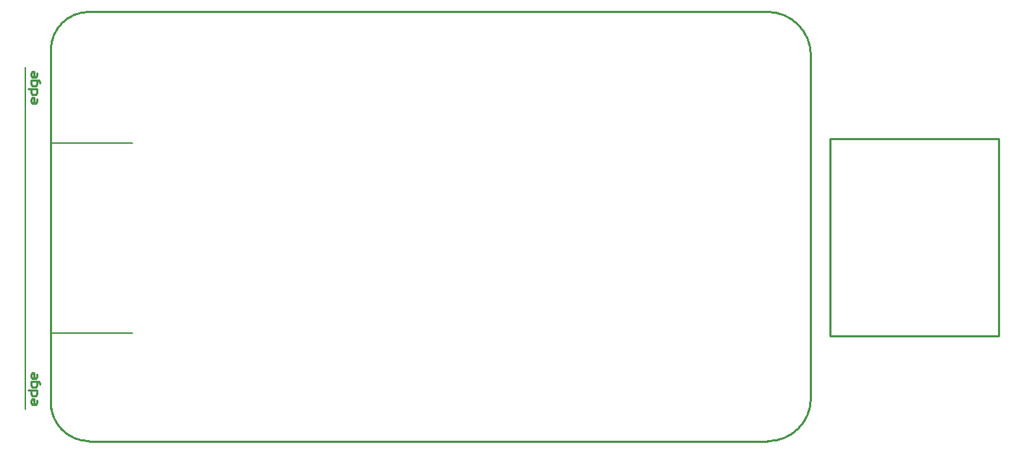
<source format=gm1>
G04*
G04 #@! TF.GenerationSoftware,Altium Limited,Altium Designer,20.0.13 (296)*
G04*
G04 Layer_Color=16711935*
%FSLAX25Y25*%
%MOIN*%
G70*
G01*
G75*
%ADD10C,0.01000*%
%ADD14C,0.00787*%
D10*
X330325D02*
G03*
X350065Y19739I0J19739D01*
G01*
X350064Y177977D02*
G03*
X330009Y198033I-20056J0D01*
G01*
X17619Y198033D02*
G03*
X0Y180413I0J-17619D01*
G01*
Y17716D02*
G03*
X17717Y0I17716J-0D01*
G01*
X350065Y177977D02*
X350065Y19739D01*
X17620Y198033D02*
X330009Y198033D01*
X0Y17717D02*
Y180413D01*
X17717Y0D02*
X330325D01*
X358774Y48500D02*
Y139500D01*
Y48500D02*
X436549D01*
Y139500D01*
X358774D02*
X436549D01*
X-6300Y157752D02*
Y156420D01*
X-6966Y155753D01*
X-8299D01*
X-8966Y156420D01*
Y157752D01*
X-8299Y158419D01*
X-7633D01*
Y155753D01*
X-10299Y162418D02*
X-6300D01*
Y160418D01*
X-6966Y159752D01*
X-8299D01*
X-8966Y160418D01*
Y162418D01*
X-4967Y165083D02*
Y165750D01*
X-5634Y166416D01*
X-8966D01*
Y164417D01*
X-8299Y163751D01*
X-6966D01*
X-6300Y164417D01*
Y166416D01*
Y169748D02*
Y168416D01*
X-6966Y167749D01*
X-8299D01*
X-8966Y168416D01*
Y169748D01*
X-8299Y170415D01*
X-7633D01*
Y167749D01*
X-6300Y18752D02*
Y17420D01*
X-6966Y16753D01*
X-8299D01*
X-8966Y17420D01*
Y18752D01*
X-8299Y19419D01*
X-7633D01*
Y16753D01*
X-10299Y23417D02*
X-6300D01*
Y21418D01*
X-6966Y20752D01*
X-8299D01*
X-8966Y21418D01*
Y23417D01*
X-4967Y26083D02*
Y26750D01*
X-5634Y27416D01*
X-8966D01*
Y25417D01*
X-8299Y24750D01*
X-6966D01*
X-6300Y25417D01*
Y27416D01*
Y30749D02*
Y29416D01*
X-6966Y28749D01*
X-8299D01*
X-8966Y29416D01*
Y30749D01*
X-8299Y31415D01*
X-7633D01*
Y28749D01*
X330325Y0D02*
G03*
X350065Y19739I0J19739D01*
G01*
X350064Y177977D02*
G03*
X330009Y198033I-20056J0D01*
G01*
X17619Y198033D02*
G03*
X0Y180413I0J-17619D01*
G01*
Y17716D02*
G03*
X17717Y0I17716J-0D01*
G01*
X350065Y177977D02*
X350065Y19739D01*
X17620Y198033D02*
X330009Y198033D01*
X0Y17717D02*
Y180413D01*
X17717Y0D02*
X330325D01*
X358774Y48500D02*
Y139500D01*
Y48500D02*
X436549D01*
Y139500D01*
X358774D02*
X436549D01*
X-6300Y157752D02*
Y156420D01*
X-6966Y155753D01*
X-8299D01*
X-8966Y156420D01*
Y157752D01*
X-8299Y158419D01*
X-7633D01*
Y155753D01*
X-10299Y162418D02*
X-6300D01*
Y160418D01*
X-6966Y159752D01*
X-8299D01*
X-8966Y160418D01*
Y162418D01*
X-4967Y165083D02*
Y165750D01*
X-5634Y166416D01*
X-8966D01*
Y164417D01*
X-8299Y163751D01*
X-6966D01*
X-6300Y164417D01*
Y166416D01*
Y169748D02*
Y168416D01*
X-6966Y167749D01*
X-8299D01*
X-8966Y168416D01*
Y169748D01*
X-8299Y170415D01*
X-7633D01*
Y167749D01*
X-6300Y18752D02*
Y17420D01*
X-6966Y16753D01*
X-8299D01*
X-8966Y17420D01*
Y18752D01*
X-8299Y19419D01*
X-7633D01*
Y16753D01*
X-10299Y23417D02*
X-6300D01*
Y21418D01*
X-6966Y20752D01*
X-8299D01*
X-8966Y21418D01*
Y23417D01*
X-4967Y26083D02*
Y26750D01*
X-5634Y27416D01*
X-8966D01*
Y25417D01*
X-8299Y24750D01*
X-6966D01*
X-6300Y25417D01*
Y27416D01*
Y30749D02*
Y29416D01*
X-6966Y28749D01*
X-8299D01*
X-8966Y29416D01*
Y30749D01*
X-8299Y31415D01*
X-7633D01*
Y28749D01*
D14*
X11Y137611D02*
X37413D01*
X11Y49895D02*
X37413D01*
X11Y15013D02*
Y172493D01*
X-11800Y15013D02*
Y172493D01*
X11Y137611D02*
X37413D01*
X11Y49895D02*
X37413D01*
X11Y15013D02*
Y172493D01*
X-11800Y15013D02*
Y172493D01*
M02*

</source>
